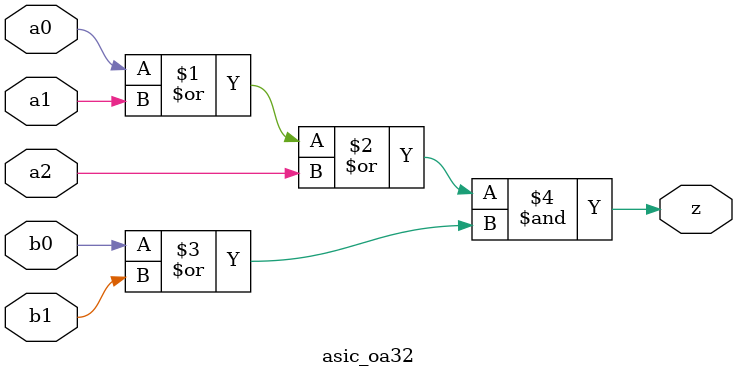
<source format=v>

module asic_oa32 #(parameter PROP = "DEFAULT")   (
    input  a0,
    input  a1,
    input  a2,
    input  b0,
    input  b1,
    output z
    );

   assign z = (a0 | a1 | a2) & (b0 | b1);

endmodule

</source>
